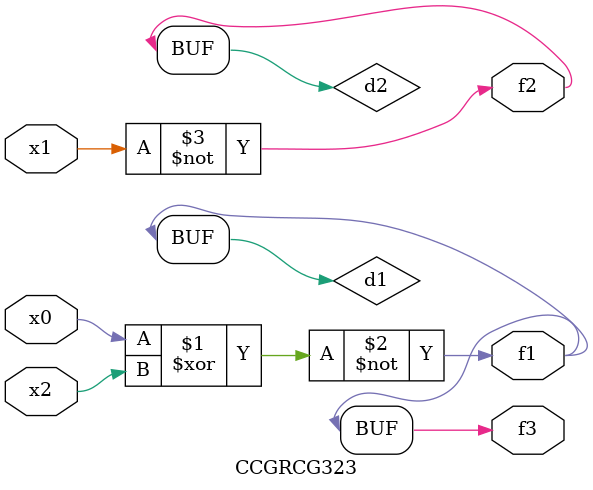
<source format=v>
module CCGRCG323(
	input x0, x1, x2,
	output f1, f2, f3
);

	wire d1, d2, d3;

	xnor (d1, x0, x2);
	nand (d2, x1);
	nor (d3, x1, x2);
	assign f1 = d1;
	assign f2 = d2;
	assign f3 = d1;
endmodule

</source>
